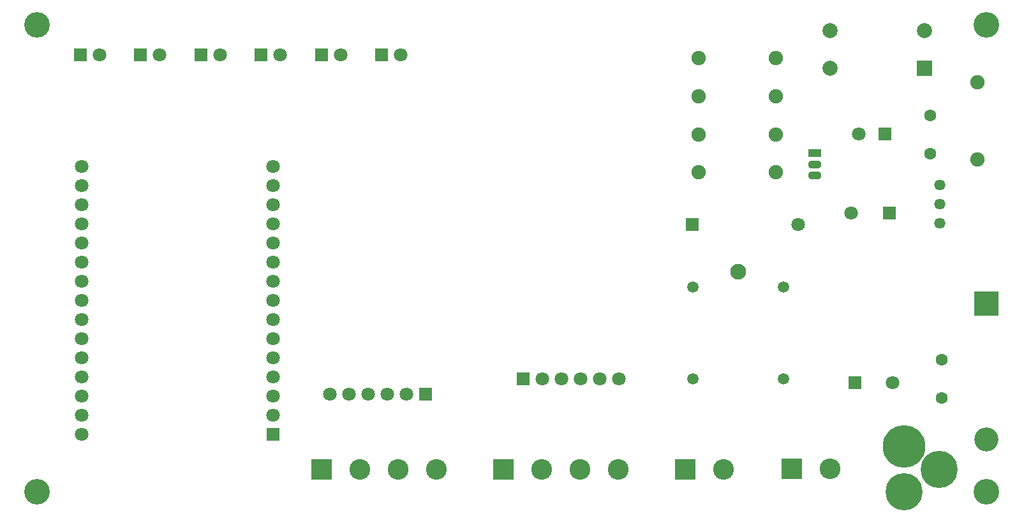
<source format=gbr>
%TF.GenerationSoftware,Altium Limited,Altium Designer,21.4.1 (30)*%
G04 Layer_Color=16711935*
%FSLAX45Y45*%
%MOMM*%
%TF.SameCoordinates,B516314B-6D7E-4A12-AF4E-A3036E98B02D*%
%TF.FilePolarity,Negative*%
%TF.FileFunction,Soldermask,Bot*%
%TF.Part,Single*%
G01*
G75*
%TA.AperFunction,ComponentPad*%
%ADD24C,1.90000*%
%ADD28C,1.80000*%
%ADD29R,1.80000X1.80000*%
%ADD35R,1.80000X1.10000*%
%ADD36O,1.80000X1.10000*%
%ADD37R,1.80000X1.80000*%
%ADD38R,2.75000X2.75000*%
%ADD39C,2.75000*%
%ADD40C,5.66000*%
%ADD41C,4.94000*%
%ADD42C,1.50000*%
%ADD43C,2.10000*%
%ADD44C,3.40000*%
%ADD45C,2.00000*%
%ADD46R,2.00000X2.00000*%
%ADD47C,1.60000*%
%ADD48C,1.46900*%
%ADD49R,3.19999X3.19999*%
%ADD50C,3.19999*%
D24*
X10200000Y5650000D02*
D03*
X9180000D02*
D03*
Y5140000D02*
D03*
X10200000D02*
D03*
X9180000Y4640000D02*
D03*
X10200000D02*
D03*
Y6160000D02*
D03*
X9180000D02*
D03*
X12875000Y4815000D02*
D03*
Y5835000D02*
D03*
D28*
X7104000Y1900000D02*
D03*
X7358000D02*
D03*
X7612000D02*
D03*
X7866000D02*
D03*
X8120000D02*
D03*
X4280000Y1700000D02*
D03*
X4534000D02*
D03*
X4788000D02*
D03*
X5042000D02*
D03*
X5296000D02*
D03*
X1227000Y6200000D02*
D03*
X2027000D02*
D03*
X2827000D02*
D03*
X3627000D02*
D03*
X4427000D02*
D03*
X5227000D02*
D03*
X10500000Y3950000D02*
D03*
X11300000Y5150000D02*
D03*
X11750000Y1850000D02*
D03*
X11200000Y4100000D02*
D03*
X3530600Y1422400D02*
D03*
Y1676400D02*
D03*
Y1930400D02*
D03*
Y2184400D02*
D03*
Y2438400D02*
D03*
Y2692400D02*
D03*
Y2946400D02*
D03*
Y3200400D02*
D03*
Y3454400D02*
D03*
Y3708400D02*
D03*
Y3962400D02*
D03*
Y4216400D02*
D03*
Y4470400D02*
D03*
Y4724400D02*
D03*
X990600Y1168400D02*
D03*
Y1422400D02*
D03*
Y1676400D02*
D03*
Y1930400D02*
D03*
Y2184400D02*
D03*
Y2438400D02*
D03*
Y2692400D02*
D03*
Y2946400D02*
D03*
Y3200400D02*
D03*
Y3454400D02*
D03*
Y3708400D02*
D03*
Y3962400D02*
D03*
Y4216400D02*
D03*
Y4470400D02*
D03*
Y4724400D02*
D03*
D29*
X973000Y6200000D02*
D03*
X1773000D02*
D03*
X2573000D02*
D03*
X3373000D02*
D03*
X4173000D02*
D03*
X4973000D02*
D03*
X9090000Y3950000D02*
D03*
X11650000Y5150000D02*
D03*
X11250000Y1850000D02*
D03*
X3530600Y1168400D02*
D03*
D35*
X10718800Y4899800D02*
D03*
D36*
Y4749800D02*
D03*
Y4599800D02*
D03*
D37*
X6850000Y1900000D02*
D03*
X5550000Y1700000D02*
D03*
X11708000Y4100000D02*
D03*
D38*
X10412700Y711200D02*
D03*
X9000000Y700000D02*
D03*
X6584000D02*
D03*
X4176000D02*
D03*
D39*
X10920700Y711200D02*
D03*
X9508000Y700000D02*
D03*
X7092000D02*
D03*
X7600000D02*
D03*
X8108000D02*
D03*
X4684000D02*
D03*
X5192000D02*
D03*
X5700000D02*
D03*
D40*
X11900000Y1000000D02*
D03*
D41*
X12370000Y700000D02*
D03*
X11900000Y400000D02*
D03*
D42*
X10300000Y3120000D02*
D03*
X9100000D02*
D03*
X10300000Y1900000D02*
D03*
X9100000D02*
D03*
D43*
X9700000Y3320000D02*
D03*
D44*
X13000000Y6600000D02*
D03*
X400000Y400000D02*
D03*
X13000000D02*
D03*
X400000Y6600000D02*
D03*
D45*
X10925000Y6525000D02*
D03*
Y6025000D02*
D03*
X12175000Y6525000D02*
D03*
D46*
Y6025000D02*
D03*
D47*
X12250000Y5400000D02*
D03*
Y4892000D02*
D03*
X12400000Y1650000D02*
D03*
Y2158000D02*
D03*
D48*
X12375000Y4479000D02*
D03*
Y4225000D02*
D03*
Y3971000D02*
D03*
D49*
X13000000Y2900000D02*
D03*
D50*
Y1100000D02*
D03*
%TF.MD5,86ebd25289558c8f1b2425c3d860b82b*%
M02*

</source>
